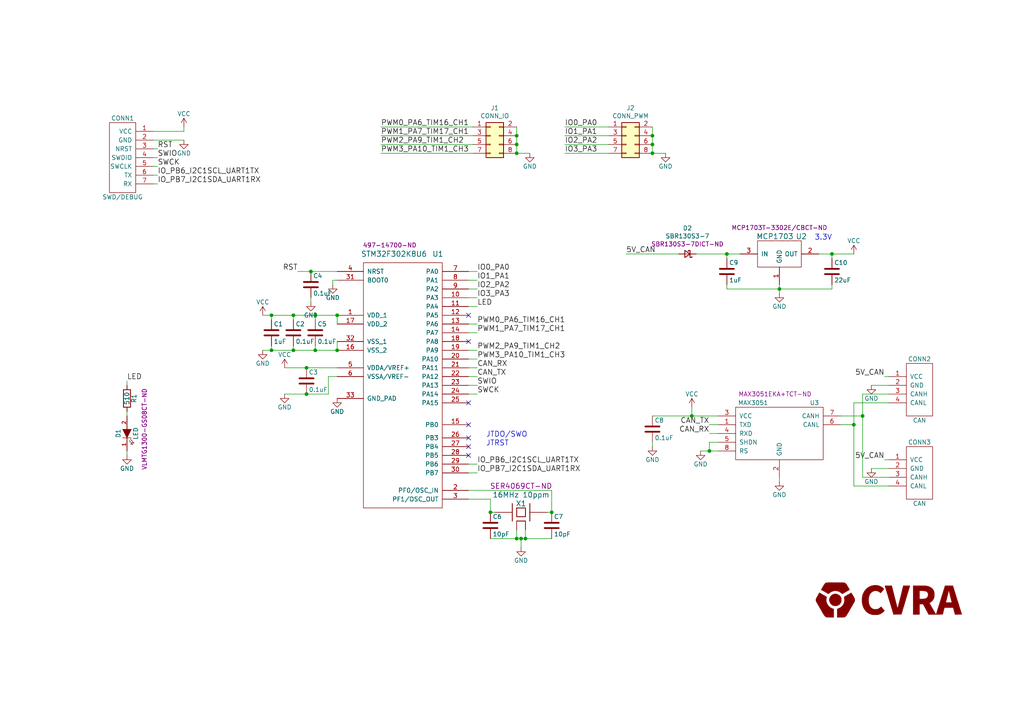
<source format=kicad_sch>
(kicad_sch (version 20230121) (generator eeschema)
  (paper "A4")
  (title_block (title "CAN I/O board") (date "2018-10-16") (rev "B") (company "Club Vaudois de Robotique Autonome") (comment 1 "Author: Patrick Spieler, Michael Spieler"))
  (lib_symbols
    (symbol "Connector_Generic:Conn_02x04_Odd_Even" (pin_names (offset 1.016) hide)
      (property "Reference" "J" (at 1.27 5.08 0))
      (property "Value" "Conn_02x04_Odd_Even" (at 1.27 -7.62 0))
      (symbol "Conn_02x04_Odd_Even_1_1"
        (rectangle (start -1.27 -4.953) (end 0 -5.207) (stroke (width 0.1524)))
        (rectangle (start -1.27 -2.413) (end 0 -2.667) (stroke (width 0.1524)))
        (rectangle (start -1.27 0.127) (end 0 -0.127) (stroke (width 0.1524)))
        (rectangle (start -1.27 2.667) (end 0 2.413) (stroke (width 0.1524)))
        (rectangle (start -1.27 3.81) (end 3.81 -6.35) (stroke (width 0.254)) (fill (type background)))
        (rectangle (start 3.81 -4.953) (end 2.54 -5.207) (stroke (width 0.1524)))
        (rectangle (start 3.81 -2.413) (end 2.54 -2.667) (stroke (width 0.1524)))
        (rectangle (start 3.81 0.127) (end 2.54 -0.127) (stroke (width 0.1524)))
        (rectangle (start 3.81 2.667) (end 2.54 2.413) (stroke (width 0.1524)))
        (pin passive line (at -5.08 2.54 0) (length 3.81) (name "Pin_1") (number "1"))
        (pin passive line (at 7.62 2.54 180) (length 3.81) (name "Pin_2") (number "2"))
        (pin passive line (at -5.08 0 0) (length 3.81) (name "Pin_3") (number "3"))
        (pin passive line (at 7.62 0 180) (length 3.81) (name "Pin_4") (number "4"))
        (pin passive line (at -5.08 -2.54 0) (length 3.81) (name "Pin_5") (number "5"))
        (pin passive line (at 7.62 -2.54 180) (length 3.81) (name "Pin_6") (number "6"))
        (pin passive line (at -5.08 -5.08 0) (length 3.81) (name "Pin_7") (number "7"))
        (pin passive line (at 7.62 -5.08 180) (length 3.81) (name "Pin_8") (number "8"))
      )
    )
    (symbol "Device:D_Schottky_Small" (pin_numbers hide) (pin_names (offset 0.254) hide)
      (property "Reference" "D" (at -1.27 2.032 0))
      (property "Value" "D_Schottky_Small" (at -7.112 -2.032 0))
      (symbol "D_Schottky_Small_0_1"
        (polyline (pts (xy -0.762 0) (xy 0.762 0)))
        (polyline (pts (xy 0.762 -1.016) (xy -0.762 0) (xy 0.762 1.016) (xy 0.762 -1.016)) (stroke (width 0.254)))
        (polyline (pts (xy -1.27 0.762) (xy -1.27 1.016) (xy -0.762 1.016) (xy -0.762 -1.016) (xy -0.254 -1.016) (xy -0.254 -0.762)) (stroke (width 0.254)))
      )
      (symbol "D_Schottky_Small_1_1"
        (pin passive line (at -2.54 0 0) (length 1.778) (name "K") (number "1"))
        (pin passive line (at 2.54 0 180) (length 1.778) (name "A") (number "2"))
      )
    )
    (symbol "can-io-board-rescue:C-device-can-io-board-rescue" (pin_numbers hide) (pin_names (offset 0.254))
      (property "Reference" "C" (at 0.635 2.54 0))
      (property "Value" "can-io-board-rescue_C-device" (at 0.635 -2.54 0))
      (symbol "C-device-can-io-board-rescue_0_1"
        (polyline (pts (xy -2.032 -0.762) (xy 2.032 -0.762)) (stroke (width 0.508)))
        (polyline (pts (xy -2.032 0.762) (xy 2.032 0.762)) (stroke (width 0.508)))
      )
      (symbol "C-device-can-io-board-rescue_1_1"
        (pin passive line (at 0 3.81 270) (length 2.794) (name "~") (number "1"))
        (pin passive line (at 0 -3.81 90) (length 2.794) (name "~") (number "2"))
      )
    )
    (symbol "can-io-board-rescue:CAN-_connectors" (pin_names (offset 1.016))
      (property "Reference" "CONN" (at 0 8.89 0))
      (property "Value" "_connectors_CAN" (at 0 -8.89 0))
      (symbol "CAN-_connectors_1_0"
        (rectangle (start -3.81 -7.62) (end 3.81 7.62))
      )
      (symbol "CAN-_connectors_1_1"
        (pin power_in line (at -8.89 3.81 0) (length 5.08) (name "VCC") (number "1"))
        (pin power_in line (at -8.89 1.27 0) (length 5.08) (name "GND") (number "2"))
        (pin bidirectional line (at -8.89 -1.27 0) (length 5.08) (name "CANH") (number "3"))
        (pin bidirectional line (at -8.89 -3.81 0) (length 5.08) (name "CANL") (number "4"))
        (pin power_in line (at -11.43 -6.35 0) (length 7.62) hide (name "GND") (number "MECH"))
      )
    )
    (symbol "can-io-board-rescue:CVRA_logo-_logo" (pin_names (offset 1.016))
      (symbol "CVRA_logo-_logo_0_0"
        (polyline (pts (xy -14.986 -1.7018) (xy -14.7066 -1.5748) (xy -14.3764 -1.3716) (xy -14.1224 -1.0922) (xy -13.9192 -0.762) (xy -13.843 -0.6096) (xy -13.8176 -0.508) (xy -13.7922 -0.381) (xy -13.7922 0.381) (xy -13.8176 0.4826) (xy -13.8684 0.5842) (xy -13.9192 0.7112) (xy -14.0716 0.9906) (xy -14.3256 1.2954) (xy -14.6304 1.4986) (xy -14.986 1.651) (xy -15.2908 1.7272) (xy -15.6718 1.7272) (xy -16.0274 1.6764) (xy -16.3576 1.524) (xy -16.6624 1.3208) (xy -16.9164 1.0414) (xy -17.0942 0.7112) (xy -17.145 0.635) (xy -17.2466 0.2794) (xy -17.272 -0.0762) (xy -17.2212 -0.4318) (xy -17.0942 -0.762) (xy -16.9164 -1.0668) (xy -16.6878 -1.3208) (xy -16.383 -1.5494) (xy -16.0528 -1.7018) (xy -15.9766 -1.7018) (xy -15.6464 -1.7526) (xy -15.3162 -1.7526) (xy -14.986 -1.7018)) (stroke (width 0.0254)) (fill (type outline)))
        (polyline (pts (xy -16.002 -2.6162) (xy -16.256 -2.5654) (xy -16.637 -2.413) (xy -17.018 -2.1844) (xy -17.3482 -1.905) (xy -17.6276 -1.5748) (xy -17.8562 -1.2192) (xy -18.034 -0.8128) (xy -18.1356 -0.381) (xy -18.161 0.0508) (xy -18.1102 0.4826) (xy -18.0594 0.7366) (xy -18.034 0.7874) (xy -18.034 0.8382) (xy -18.1102 0.889) (xy -18.2118 0.9652) (xy -18.3134 1.016) (xy -18.4912 1.1176) (xy -18.6944 1.2446) (xy -19.1516 1.4986) (xy -19.177 1.4986) (xy -19.4056 1.651) (xy -19.6088 1.778) (xy -19.7866 1.8796) (xy -19.939 1.9558) (xy -20.0152 2.0066) (xy -20.1422 2.0828) (xy -20.3454 1.7526) (xy -20.4216 1.6256) (xy -20.5232 1.397) (xy -20.6756 1.1684) (xy -20.7772 0.9652) (xy -20.8534 0.8382) (xy -20.9804 0.5842) (xy -21.082 0.4064) (xy -21.1328 0.254) (xy -21.1582 0.127) (xy -21.1582 -0.2032) (xy -21.1328 -0.3048) (xy -21.082 -0.4064) (xy -21.0312 -0.5334) (xy -20.955 -0.7112) (xy -20.828 -0.9144) (xy -20.701 -1.143) (xy -20.5232 -1.4732) (xy -20.2946 -1.8288) (xy -20.2438 -1.9304) (xy -20.0914 -2.1844) (xy -19.939 -2.4892) (xy -19.7358 -2.794) (xy -19.3802 -3.4544) (xy -19.2024 -3.7592) (xy -19.05 -4.0132) (xy -18.923 -4.2164) (xy -18.8214 -4.3942) (xy -18.5928 -4.6736) (xy -18.3896 -4.8768) (xy -18.161 -5.0038) (xy -18.0848 -5.0292) (xy -17.9578 -5.0546) (xy -17.6022 -5.0546) (xy -17.3228 -5.08) (xy -16.002 -5.08) (xy -16.002 -2.6162)) (stroke (width 0.0254)) (fill (type outline)))
        (polyline (pts (xy -13.2842 -5.0546) (xy -13.1318 -5.0546) (xy -13.0302 -5.0292) (xy -12.954 -5.0292) (xy -12.8524 -5.0038) (xy -12.7508 -4.9276) (xy -12.5984 -4.8514) (xy -12.446 -4.7244) (xy -12.319 -4.5466) (xy -12.1666 -4.318) (xy -11.9888 -4.0132) (xy -11.9634 -3.9624) (xy -11.811 -3.7338) (xy -11.6586 -3.4798) (xy -11.5316 -3.2512) (xy -11.43 -3.0734) (xy -11.3792 -2.9718) (xy -11.1252 -2.5146) (xy -10.8204 -2.0066) (xy -10.7188 -1.8542) (xy -10.5664 -1.5748) (xy -10.4394 -1.3208) (xy -10.3124 -1.0922) (xy -10.2108 -0.9398) (xy -10.1346 -0.8128) (xy -10.0076 -0.6096) (xy -9.9314 -0.4318) (xy -9.906 -0.3048) (xy -9.8806 -0.1524) (xy -9.8552 -0.0254) (xy -9.8806 0) (xy -9.8806 0.1778) (xy -9.906 0.254) (xy -9.9314 0.3556) (xy -9.9822 0.4826) (xy -10.0584 0.635) (xy -10.16 0.8128) (xy -10.287 1.0414) (xy -10.4648 1.3462) (xy -10.668 1.7018) (xy -10.7442 1.8034) (xy -10.8204 1.9304) (xy -10.8712 2.0066) (xy -10.8966 2.0574) (xy -10.9982 2.0066) (xy -11.0236 2.0066) (xy -11.1252 1.9304) (xy -11.2776 1.8542) (xy -11.4808 1.7272) (xy -11.7348 1.5748) (xy -11.9888 1.4478) (xy -12.4968 1.143) (xy -12.6746 1.0414) (xy -12.827 0.9652) (xy -12.954 0.8382) (xy -12.9794 0.762) (xy -12.954 0.6858) (xy -12.9286 0.5588) (xy -12.9032 0.3302) (xy -12.8778 -0.127) (xy -12.9286 -0.5842) (xy -13.0556 -0.9906) (xy -13.2588 -1.397) (xy -13.5128 -1.7526) (xy -13.843 -2.0574) (xy -14.224 -2.3114) (xy -14.6558 -2.5146) (xy -14.986 -2.6416) (xy -14.986 -5.08) (xy -13.462 -5.08) (xy -13.2842 -5.0546)) (stroke (width 0.0254)) (fill (type outline)))
        (polyline (pts (xy -13.2334 1.8796) (xy -12.8778 2.0828) (xy -12.7508 2.159) (xy -12.7 2.1844) (xy -12.573 2.2606) (xy -12.3952 2.3622) (xy -11.9888 2.6162) (xy -11.8618 2.667) (xy -11.684 2.7686) (xy -11.5316 2.8702) (xy -11.43 2.921) (xy -11.4046 2.9464) (xy -11.4046 2.9718) (xy -11.4554 3.0734) (xy -11.5316 3.2004) (xy -11.6586 3.4544) (xy -11.811 3.683) (xy -11.9634 3.937) (xy -12.0904 4.1656) (xy -12.192 4.3434) (xy -12.3444 4.572) (xy -12.5222 4.7498) (xy -12.6746 4.8768) (xy -12.8524 4.953) (xy -12.8778 4.9784) (xy -12.9286 4.9784) (xy -13.0048 5.0038) (xy -13.081 5.0038) (xy -13.1572 5.0292) (xy -17.7038 5.0292) (xy -17.8816 5.0038) (xy -18.034 5.0038) (xy -18.2372 4.953) (xy -18.3134 4.9022) (xy -18.3642 4.8768) (xy -18.4404 4.826) (xy -18.4912 4.7498) (xy -18.5166 4.7498) (xy -18.6182 4.6228) (xy -18.7452 4.4704) (xy -18.8468 4.318) (xy -18.9484 4.1148) (xy -19.1008 3.9116) (xy -19.2024 3.7084) (xy -19.304 3.5306) (xy -19.431 3.3274) (xy -19.5072 3.175) (xy -19.6342 2.9464) (xy -19.3294 2.7686) (xy -19.2786 2.7432) (xy -19.1262 2.6416) (xy -18.8976 2.5146) (xy -18.6436 2.3876) (xy -18.1356 2.0828) (xy -17.907 1.9558) (xy -17.7292 1.8288) (xy -17.5768 1.7526) (xy -17.526 1.7526) (xy -17.4498 1.8034) (xy -17.3482 1.8796) (xy -17.0434 2.1336) (xy -16.637 2.3622) (xy -16.2306 2.5146) (xy -15.7734 2.6162) (xy -15.3416 2.6162) (xy -14.9098 2.54) (xy -14.478 2.413) (xy -14.0716 2.1844) (xy -13.6906 1.905) (xy -13.5128 1.7272) (xy -13.2334 1.8796)) (stroke (width 0.0254)) (fill (type outline)))
        (polyline (pts (xy 8.89 -1.2192) (xy 9.9314 -1.2192) (xy 10.2362 -1.8034) (xy 10.2616 -1.8288) (xy 10.414 -2.159) (xy 10.5664 -2.413) (xy 10.7442 -2.7686) (xy 10.8966 -3.0226) (xy 11.0236 -3.2766) (xy 11.1252 -3.4544) (xy 11.2522 -3.683) (xy 11.5316 -4.2418) (xy 13.6398 -4.2418) (xy 13.589 -4.1402) (xy 13.5636 -4.1148) (xy 13.5382 -4.0386) (xy 13.462 -3.9116) (xy 13.3604 -3.7338) (xy 13.1064 -3.2766) (xy 13.0556 -3.2004) (xy 12.5984 -2.3876) (xy 12.3952 -2.032) (xy 12.2174 -1.7272) (xy 12.065 -1.4478) (xy 11.938 -1.2192) (xy 11.8364 -1.0668) (xy 11.7856 -0.9398) (xy 11.7602 -0.9144) (xy 11.811 -0.8636) (xy 11.9126 -0.8128) (xy 12.0396 -0.7366) (xy 12.319 -0.5334) (xy 12.6238 -0.254) (xy 12.8778 0.1016) (xy 13.0556 0.4572) (xy 13.1572 0.8382) (xy 13.1826 0.9398) (xy 13.208 1.2192) (xy 13.208 1.8796) (xy 13.1572 2.159) (xy 13.1572 2.2352) (xy 13.0302 2.6162) (xy 12.827 2.9972) (xy 12.5476 3.302) (xy 12.2174 3.5814) (xy 11.8364 3.7846) (xy 11.4046 3.937) (xy 11.2776 3.9624) (xy 11.1252 4.0132) (xy 10.9474 4.0386) (xy 10.7442 4.064) (xy 10.541 4.064) (xy 10.2616 4.0894) (xy 9.9568 4.0894) (xy 9.6012 4.1148) (xy 7.0358 4.1148) (xy 7.0358 0.254) (xy 8.89 0.254) (xy 8.89 2.6416) (xy 9.6266 2.6162) (xy 9.8298 2.6162) (xy 10.16 2.5908) (xy 10.4394 2.5654) (xy 10.668 2.5146) (xy 10.8458 2.4384) (xy 10.9982 2.3622) (xy 11.1252 2.2606) (xy 11.1252 2.2352) (xy 11.2776 2.032) (xy 11.3538 1.8034) (xy 11.3792 1.524) (xy 11.3538 1.2446) (xy 11.2776 0.9906) (xy 11.1506 0.7366) (xy 11.1252 0.7366) (xy 10.922 0.5334) (xy 10.668 0.4064) (xy 10.3378 0.3302) (xy 10.1854 0.3048) (xy 9.9568 0.2794) (xy 9.7028 0.254) (xy 8.89 0.254) (xy 7.0358 0.254) (xy 7.0358 -4.2418) (xy 8.89 -4.2418) (xy 8.89 -1.2192)) (stroke (width 0.0254)) (fill (type outline)))
        (polyline (pts (xy -3.3274 -4.318) (xy -3.175 -4.2926) (xy -3.048 -4.2926) (xy -2.794 -4.191) (xy -2.7432 -4.191) (xy -2.286 -3.9878) (xy -2.1082 -3.8862) (xy -2.0066 -3.81) (xy -1.8288 -3.683) (xy -1.524 -3.429) (xy -1.397 -3.302) (xy -1.2954 -3.2258) (xy -1.27 -3.175) (xy -1.2954 -3.1242) (xy -1.3462 -3.048) (xy -1.4478 -2.921) (xy -1.7526 -2.5654) (xy -2.1336 -2.1082) (xy -2.2098 -2.032) (xy -2.2352 -1.9812) (xy -2.286 -2.032) (xy -2.3622 -2.0828) (xy -2.4892 -2.1844) (xy -2.6416 -2.3368) (xy -2.8448 -2.4638) (xy -3.048 -2.5654) (xy -3.0734 -2.5654) (xy -3.2258 -2.6416) (xy -3.3782 -2.6924) (xy -3.5306 -2.7178) (xy -3.7592 -2.7432) (xy -3.8608 -2.7432) (xy -4.2672 -2.7178) (xy -4.6228 -2.6162) (xy -4.953 -2.4384) (xy -5.2324 -2.1844) (xy -5.461 -1.8542) (xy -5.6642 -1.4732) (xy -5.7658 -1.1176) (xy -5.842 -0.6604) (xy -5.8928 -0.1778) (xy -5.8674 0.3048) (xy -5.8166 0.762) (xy -5.6896 1.1938) (xy -5.5118 1.6002) (xy -5.2832 1.9304) (xy -5.0038 2.2098) (xy -4.699 2.413) (xy -4.3434 2.5654) (xy -3.937 2.6162) (xy -3.683 2.6162) (xy -3.4036 2.5654) (xy -3.1242 2.4892) (xy -2.8448 2.3368) (xy -2.54 2.1082) (xy -2.3876 1.9812) (xy -2.2606 2.1336) (xy -2.1336 2.2606) (xy -2.0066 2.413) (xy -1.8542 2.5908) (xy -1.7272 2.7686) (xy -1.6002 2.921) (xy -1.4986 3.048) (xy -1.4224 3.1496) (xy -1.397 3.175) (xy -1.6002 3.3782) (xy -1.7526 3.5052) (xy -1.9304 3.6068) (xy -2.0828 3.7338) (xy -2.3368 3.8608) (xy -2.8194 4.0894) (xy -3.3274 4.2164) (xy -3.8608 4.2672) (xy -4.3942 4.2164) (xy -4.953 4.1148) (xy -5.4356 3.937) (xy -5.9182 3.683) (xy -6.3754 3.3528) (xy -6.7564 2.9718) (xy -7.0866 2.54) (xy -7.366 2.032) (xy -7.5946 1.4732) (xy -7.747 0.889) (xy -7.747 0.8128) (xy -7.7724 0.5842) (xy -7.7978 0.3302) (xy -7.7978 -0.5842) (xy -7.7724 -0.8382) (xy -7.747 -1.0414) (xy -7.7216 -1.1684) (xy -7.5438 -1.778) (xy -7.3406 -2.3368) (xy -7.0358 -2.8194) (xy -6.7056 -3.2512) (xy -6.3246 -3.6068) (xy -5.8674 -3.9116) (xy -5.3848 -4.1402) (xy -4.826 -4.2926) (xy -4.6736 -4.318) (xy -4.4704 -4.3434) (xy -3.5052 -4.3434) (xy -3.3274 -4.318)) (stroke (width 0.0254)) (fill (type outline)))
        (polyline (pts (xy 2.4892 -4.2164) (xy 3.6068 -4.2164) (xy 3.7846 -3.6576) (xy 3.8608 -3.4036) (xy 3.9624 -3.0988) (xy 4.0386 -2.7686) (xy 4.1656 -2.413) (xy 4.2672 -2.032) (xy 4.3434 -1.8288) (xy 4.4196 -1.5494) (xy 4.5212 -1.2446) (xy 4.6228 -0.9144) (xy 4.699 -0.6096) (xy 4.8006 -0.3048) (xy 4.8768 -0.0508) (xy 4.9276 0.1778) (xy 4.9784 0.3302) (xy 5.0038 0.4318) (xy 5.08 0.6604) (xy 5.1308 0.8636) (xy 5.207 1.1176) (xy 5.3086 1.397) (xy 5.3848 1.7018) (xy 5.5626 2.2352) (xy 5.6388 2.54) (xy 5.715 2.7686) (xy 5.7658 2.9718) (xy 5.8166 3.1242) (xy 5.8928 3.3274) (xy 5.9436 3.556) (xy 5.9944 3.7338) (xy 6.0452 3.8608) (xy 6.0706 3.9878) (xy 6.096 4.064) (xy 6.0706 4.064) (xy 5.9944 4.0894) (xy 5.8928 4.0894) (xy 5.715 4.1148) (xy 4.191 4.1148) (xy 3.8862 2.921) (xy 3.8354 2.7178) (xy 3.7592 2.3622) (xy 3.6576 1.9558) (xy 3.556 1.524) (xy 3.302 0.5588) (xy 3.2004 0.1016) (xy 3.0734 -0.3556) (xy 3.048 -0.4826) (xy 2.9464 -0.889) (xy 2.8448 -1.2446) (xy 2.7686 -1.5748) (xy 2.6924 -1.8796) (xy 2.6162 -2.1082) (xy 2.5908 -2.286) (xy 2.54 -2.413) (xy 2.54 -2.4384) (xy 2.5146 -2.4384) (xy 2.4892 -2.3622) (xy 2.4384 -2.2606) (xy 2.413 -2.0828) (xy 2.3368 -1.8542) (xy 2.286 -1.5748) (xy 2.0574 -0.7366) (xy 2.0066 -0.508) (xy 1.9304 -0.2286) (xy 1.8542 0.1016) (xy 1.778 0.4064) (xy 1.7018 0.6604) (xy 1.651 0.889) (xy 1.5748 1.1938) (xy 1.4986 1.524) (xy 1.397 1.8796) (xy 1.3208 2.2352) (xy 1.2192 2.5908) (xy 1.143 2.921) (xy 1.0668 3.2258) (xy 0.9906 3.5052) (xy 0.9144 3.7338) (xy 0.889 3.9116) (xy 0.8636 4.0386) (xy 0.8382 4.0894) (xy 0.5842 4.0894) (xy 0.381 4.1148) (xy -0.8128 4.1148) (xy -0.9906 4.0894) (xy -1.143 4.0894) (xy -1.143 4.064) (xy -1.1176 3.9624) (xy -1.0668 3.81) (xy -0.9652 3.4544) (xy -0.889 3.2004) (xy -0.7874 2.8702) (xy -0.6858 2.5146) (xy -0.5588 2.0828) (xy -0.4064 1.6256) (xy -0.254 1.1176) (xy 0.0508 0.0508) (xy 0.4064 -1.0668) (xy 0.5588 -1.6256) (xy 0.635 -1.8288) (xy 0.7366 -2.2098) (xy 0.8636 -2.5654) (xy 0.9652 -2.921) (xy 1.0414 -3.2258) (xy 1.1176 -3.4798) (xy 1.1938 -3.683) (xy 1.2192 -3.81) (xy 1.3462 -4.2418) (xy 2.4892 -4.2164)) (stroke (width 0.0254)) (fill (type outline)))
        (polyline (pts (xy 14.8082 -4.2164) (xy 15.621 -4.2164) (xy 15.621 -4.1656) (xy 15.6464 -4.064) (xy 15.6972 -3.9116) (xy 15.748 -3.7084) (xy 15.7988 -3.4798) (xy 15.8496 -3.2258) (xy 15.9258 -2.9972) (xy 15.9766 -2.7686) (xy 16.0274 -2.5908) (xy 16.0782 -2.4638) (xy 16.0782 -2.3876) (xy 16.129 -2.2352) (xy 18.669 -2.2352) (xy 18.6944 -2.3622) (xy 18.7198 -2.4384) (xy 18.7452 -2.5908) (xy 18.8468 -2.9972) (xy 18.8468 -3.0226) (xy 18.923 -3.2258) (xy 18.9738 -3.429) (xy 18.9992 -3.556) (xy 19.0246 -3.6576) (xy 19.0246 -3.7084) (xy 19.1262 -4.0132) (xy 19.177 -4.2418) (xy 20.1676 -4.2418) (xy 20.3454 -4.2164) (xy 21.1582 -4.2164) (xy 21.1328 -4.1656) (xy 21.1074 -4.0386) (xy 21.0566 -3.8862) (xy 21.0312 -3.8354) (xy 20.9804 -3.6322) (xy 20.9042 -3.3782) (xy 20.8026 -3.0734) (xy 20.701 -2.7432) (xy 20.447 -1.9812) (xy 20.3454 -1.5748) (xy 20.2184 -1.1938) (xy 20.1168 -0.8382) (xy 20.0152 -0.5334) (xy 19.9136 -0.254) (xy 19.8882 -0.1524) (xy 19.812 0.0508) (xy 19.7358 0.3302) (xy 19.6342 0.6604) (xy 19.5072 1.0414) (xy 19.4056 1.4224) (xy 19.1516 2.2352) (xy 18.5674 4.1148) (xy 16.3068 4.1148) (xy 16.1036 3.5052) (xy 16.0274 3.2258) (xy 15.9258 2.921) (xy 15.8242 2.5908) (xy 15.748 2.3368) (xy 15.7226 2.2606) (xy 15.6718 2.0574) (xy 15.5956 1.8796) (xy 15.5702 1.7272) (xy 15.5448 1.651) (xy 15.5194 1.651) (xy 15.494 1.5494) (xy 15.4432 1.397) (xy 15.3924 1.1938) (xy 15.24 0.7366) (xy 15.1638 0.4572) (xy 15.0622 0.1778) (xy 15.0114 -0.0508) (xy 14.9098 -0.3556) (xy 14.8082 -0.635) (xy 14.8082 -0.7112) (xy 16.51 -0.7112) (xy 16.51 -0.6858) (xy 16.5862 -0.4318) (xy 16.6624 -0.127) (xy 16.764 0.1778) (xy 16.8402 0.5588) (xy 16.9418 0.9652) (xy 17.0688 1.4478) (xy 17.1958 1.9812) (xy 17.3228 2.5908) (xy 17.3482 2.6416) (xy 17.399 2.6416) (xy 17.399 2.6162) (xy 17.4244 2.5908) (xy 17.4498 2.54) (xy 17.4752 2.4384) (xy 17.5006 2.3114) (xy 17.5514 2.1336) (xy 17.6022 1.8796) (xy 17.6784 1.5748) (xy 17.78 1.1938) (xy 17.8054 1.0922) (xy 17.8562 0.8382) (xy 18.0086 0.2286) (xy 18.0848 -0.0508) (xy 18.2626 -0.762) (xy 16.8148 -0.762) (xy 16.6624 -0.7366) (xy 16.5354 -0.7366) (xy 16.51 -0.7112) (xy 14.8082 -0.7112) (xy 14.6558 -1.1938) (xy 14.605 -1.2954) (xy 14.5034 -1.6002) (xy 14.4272 -1.8796) (xy 14.351 -2.1336) (xy 14.2748 -2.3368) (xy 14.1224 -2.8448) (xy 13.9954 -3.2512) (xy 13.8938 -3.5814) (xy 13.8176 -3.8354) (xy 13.7668 -4.0132) (xy 13.7414 -4.1148) (xy 13.6906 -4.2418) (xy 14.6558 -4.2418) (xy 14.8082 -4.2164)) (stroke (width 0.0254)) (fill (type outline)))
      )
    )
    (symbol "can-io-board-rescue:LED-can-io-board-rescue" (pin_names (offset 1.016) hide)
      (property "Reference" "D" (at 0 2.54 0))
      (property "Value" "can-io-board-rescue_LED" (at 0 -2.54 0))
      (symbol "LED-can-io-board-rescue_0_1"
        (polyline (pts (xy -1.27 1.27) (xy -1.27 -1.27)))
        (polyline (pts (xy -2.032 -0.635) (xy -3.175 -1.651) (xy -3.048 -1.016)))
        (polyline (pts (xy -1.651 -1.016) (xy -2.794 -2.032) (xy -2.667 -1.397)))
        (polyline (pts (xy 1.27 1.27) (xy -1.27 0) (xy 1.27 -1.27)) (fill (type outline)))
      )
      (symbol "LED-can-io-board-rescue_1_1"
        (pin passive line (at -5.08 0 0) (length 3.81) (name "K") (number "1"))
        (pin passive line (at 5.08 0 180) (length 3.81) (name "A") (number "2"))
      )
    )
    (symbol "can-io-board-rescue:MAX3051-_div" (pin_names (offset 1.016))
      (property "Reference" "U" (at 10.16 8.89 0))
      (property "Value" "_div_MAX3051" (at -7.62 8.89 0))
      (symbol "MAX3051-_div_1_0"
        (rectangle (start -12.7 -7.62) (end 12.7 7.62))
      )
      (symbol "MAX3051-_div_1_1"
        (pin input line (at -17.78 2.54 0) (length 5.08) (name "TXD") (number "1"))
        (pin power_in line (at 0 -12.7 90) (length 5.08) (name "GND") (number "2"))
        (pin power_in line (at -17.78 5.08 0) (length 5.08) (name "VCC") (number "3"))
        (pin output line (at -17.78 0 0) (length 5.08) (name "RXD") (number "4"))
        (pin input line (at -17.78 -2.54 0) (length 5.08) (name "SHDN") (number "5"))
        (pin bidirectional line (at 17.78 2.54 180) (length 5.08) (name "CANL") (number "6"))
        (pin bidirectional line (at 17.78 5.08 180) (length 5.08) (name "CANH") (number "7"))
        (pin input line (at -17.78 -5.08 0) (length 5.08) (name "RS") (number "8"))
      )
    )
    (symbol "can-io-board-rescue:MCP1703-_linear-regulators" (pin_names (offset 1.016))
      (property "Reference" "U" (at 6.35 5.08 0))
      (property "Value" "_linear-regulators_MCP1703" (at -1.27 5.08 0))
      (symbol "MCP1703-_linear-regulators_0_1"
        (rectangle (start -6.35 3.81) (end 6.35 -3.81))
      )
      (symbol "MCP1703-_linear-regulators_1_1"
        (pin power_in line (at 0 -8.89 90) (length 5.08) (name "GND") (number "1"))
        (pin power_in line (at 11.43 0 180) (length 5.08) (name "OUT") (number "2"))
        (pin power_in line (at -11.43 0 0) (length 5.08) (name "IN") (number "3"))
      )
    )
    (symbol "can-io-board-rescue:R-device-can-io-board-rescue" (pin_numbers hide) (pin_names (offset 0))
      (property "Reference" "R" (at 2.032 0 90))
      (property "Value" "can-io-board-rescue_R-device" (at 0 0 90))
      (symbol "R-device-can-io-board-rescue_0_1"
        (rectangle (start -1.016 -2.54) (end 1.016 2.54) (stroke (width 0.254)))
      )
      (symbol "R-device-can-io-board-rescue_1_1"
        (pin passive line (at 0 3.81 270) (length 1.27) (name "~") (number "1"))
        (pin passive line (at 0 -3.81 90) (length 1.27) (name "~") (number "2"))
      )
    )
    (symbol "can-io-board-rescue:STM32F302K8U6-_stm32" (pin_names (offset 1.016))
      (property "Reference" "U" (at 10.16 39.37 0))
      (property "Value" "_stm32_STM32F302K8U6" (at -2.54 39.37 0))
      (symbol "STM32F302K8U6-_stm32_0_1"
        (rectangle (start -11.43 36.83) (end 11.43 -34.29))
      )
      (symbol "STM32F302K8U6-_stm32_1_1"
        (pin bidirectional line (at -19.05 21.59 0) (length 7.62) (name "VDD_1") (number "1"))
        (pin bidirectional line (at 19.05 26.67 180) (length 7.62) (name "PA3") (number "10"))
        (pin bidirectional line (at 19.05 24.13 180) (length 7.62) (name "PA4") (number "11"))
        (pin bidirectional line (at 19.05 21.59 180) (length 7.62) (name "PA5") (number "12"))
        (pin bidirectional line (at 19.05 19.05 180) (length 7.62) (name "PA6") (number "13"))
        (pin bidirectional line (at 19.05 16.51 180) (length 7.62) (name "PA7") (number "14"))
        (pin bidirectional line (at 19.05 -10.16 180) (length 7.62) (name "PB0") (number "15"))
        (pin bidirectional line (at -19.05 11.43 0) (length 7.62) (name "VSS_2") (number "16"))
        (pin bidirectional line (at -19.05 19.05 0) (length 7.62) (name "VDD_2") (number "17"))
        (pin bidirectional line (at 19.05 13.97 180) (length 7.62) (name "PA8") (number "18"))
        (pin bidirectional line (at 19.05 11.43 180) (length 7.62) (name "PA9") (number "19"))
        (pin bidirectional line (at 19.05 -29.21 180) (length 7.62) (name "PF0/OSC_IN") (number "2"))
        (pin bidirectional line (at 19.05 8.89 180) (length 7.62) (name "PA10") (number "20"))
        (pin bidirectional line (at 19.05 6.35 180) (length 7.62) (name "PA11") (number "21"))
        (pin bidirectional line (at 19.05 3.81 180) (length 7.62) (name "PA12") (number "22"))
        (pin bidirectional line (at 19.05 1.27 180) (length 7.62) (name "PA13") (number "23"))
        (pin bidirectional line (at 19.05 -1.27 180) (length 7.62) (name "PA14") (number "24"))
        (pin bidirectional line (at 19.05 -3.81 180) (length 7.62) (name "PA15") (number "25"))
        (pin bidirectional line (at 19.05 -13.97 180) (length 7.62) (name "PB3") (number "26"))
        (pin bidirectional line (at 19.05 -16.51 180) (length 7.62) (name "PB4") (number "27"))
        (pin bidirectional line (at 19.05 -19.05 180) (length 7.62) (name "PB5") (number "28"))
        (pin bidirectional line (at 19.05 -21.59 180) (length 7.62) (name "PB6") (number "29"))
        (pin bidirectional line (at 19.05 -31.75 180) (length 7.62) (name "PF1/OSC_OUT") (number "3"))
        (pin bidirectional line (at 19.05 -24.13 180) (length 7.62) (name "PB7") (number "30"))
        (pin bidirectional line (at -19.05 31.75 0) (length 7.62) (name "BOOT0") (number "31"))
        (pin bidirectional line (at -19.05 13.97 0) (length 7.62) (name "VSS_1") (number "32"))
        (pin power_in line (at -19.05 -2.54 0) (length 7.62) (name "GND_PAD") (number "33"))
        (pin bidirectional line (at -19.05 34.29 0) (length 7.62) (name "NRST") (number "4"))
        (pin bidirectional line (at -19.05 6.35 0) (length 7.62) (name "VDDA/VREF+") (number "5"))
        (pin bidirectional line (at -19.05 3.81 0) (length 7.62) (name "VSSA/VREF-") (number "6"))
        (pin bidirectional line (at 19.05 34.29 180) (length 7.62) (name "PA0") (number "7"))
        (pin bidirectional line (at 19.05 31.75 180) (length 7.62) (name "PA1") (number "8"))
        (pin bidirectional line (at 19.05 29.21 180) (length 7.62) (name "PA2") (number "9"))
      )
    )
    (symbol "can-io-board-rescue:SWD_DEBUG-can-io-board-rescue" (pin_names (offset 1.016))
      (property "Reference" "CONN" (at 0 11.43 0))
      (property "Value" "can-io-board-rescue_SWD_DEBUG" (at 0 -11.43 0))
      (symbol "SWD_DEBUG-can-io-board-rescue_1_0"
        (rectangle (start -3.81 -10.16) (end 3.81 10.16))
      )
      (symbol "SWD_DEBUG-can-io-board-rescue_1_1"
        (pin power_in line (at -8.89 7.62 0) (length 5.08) (name "VCC") (number "1"))
        (pin power_in line (at -8.89 5.08 0) (length 5.08) (name "GND") (number "2"))
        (pin output line (at -8.89 2.54 0) (length 5.08) (name "NRST") (number "3"))
        (pin bidirectional line (at -8.89 0 0) (length 5.08) (name "SWDIO") (number "4"))
        (pin output line (at -8.89 -2.54 0) (length 5.08) (name "SWCLK") (number "5"))
        (pin input line (at -8.89 -5.08 0) (length 5.08) (name "TX") (number "6"))
        (pin output line (at -8.89 -7.62 0) (length 5.08) (name "RX") (number "7"))
        (pin power_in line (at -11.43 -5.08 0) (length 7.62) hide (name "GND") (number "MECH"))
      )
    )
    (symbol "can-io-board-rescue:XTAL-SMD-4-PADS-_div" (pin_numbers hide) (pin_names (offset 1.016) hide)
      (property "Reference" "X" (at 0 5.08 0))
      (property "Value" "_div_XTAL-SMD-4-PADS" (at 0 7.62 0))
      (symbol "XTAL-SMD-4-PADS-_div_0_1"
        (rectangle (start -1.27 1.27) (end 1.27 -1.27) (stroke (width 0.254)))
        (polyline (pts (xy -2.54 2.54) (xy -2.54 -2.54)) (stroke (width 0.254)))
        (polyline (pts (xy -1.27 -2.54) (xy 1.27 -2.54)) (stroke (width 0.254)))
        (polyline (pts (xy 2.54 -2.54) (xy 2.54 2.54)) (stroke (width 0.254)))
      )
      (symbol "XTAL-SMD-4-PADS-_div_1_1"
        (pin input line (at -7.62 0 0) (length 5.08) (name "~") (number "1"))
        (pin input line (at -1.27 -5.08 90) (length 2.54) (name "case") (number "2"))
        (pin input line (at 7.62 0 180) (length 5.08) (name "~") (number "3"))
        (pin input line (at 1.27 -5.08 90) (length 2.54) (name "case") (number "4"))
      )
    )
    (symbol "power:GND" (power) (pin_names (offset 0))
      (property "Value" "GND" (at 0 -3.81 0))
      (symbol "GND_0_1"
        (polyline (pts (xy 0 0) (xy 0 -1.27) (xy 1.27 -1.27) (xy 0 -2.54) (xy -1.27 -1.27) (xy 0 -1.27)))
      )
      (symbol "GND_1_1"
        (pin power_in line (at 0 0 270) (length 0) hide (name "GND") (number "1"))
      )
    )
    (symbol "power:VCC" (power) (pin_names (offset 0))
      (property "Value" "VCC" (at 0 3.81 0))
      (symbol "VCC_0_1"
        (polyline (pts (xy -0.762 1.27) (xy 0 2.54)))
        (polyline (pts (xy 0 0) (xy 0 2.54)))
        (polyline (pts (xy 0 2.54) (xy 0.762 1.27)))
      )
      (symbol "VCC_1_1"
        (pin power_in line (at 0 0 90) (length 0) hide (name "VCC") (number "1"))
      )
    )
  )
  (junction (at 247.65 123.19))
  (junction (at 78.74 91.44))
  (junction (at 91.44 91.44))
  (junction (at 90.17 78.74))
  (junction (at 85.09 91.44))
  (junction (at 97.79 91.44))
  (junction (at 149.86 39.37))
  (junction (at 91.44 101.6))
  (junction (at 226.06 83.82))
  (junction (at 160.02 148.59))
  (junction (at 205.74 130.81))
  (junction (at 189.23 41.91))
  (junction (at 152.4 156.21))
  (junction (at 210.82 73.66))
  (junction (at 250.19 120.65))
  (junction (at 78.74 101.6))
  (junction (at 97.79 101.6))
  (junction (at 241.3 73.66))
  (junction (at 85.09 101.6))
  (junction (at 149.86 156.21))
  (junction (at 149.86 41.91))
  (junction (at 88.9 114.3))
  (junction (at 142.24 148.59))
  (junction (at 189.23 39.37))
  (junction (at 88.9 106.68))
  (junction (at 200.66 120.65))
  (junction (at 189.23 44.45))
  (junction (at 151.13 156.21))
  (junction (at 149.86 44.45))
  (no_connect (at 135.89 123.19))
  (no_connect (at 135.89 129.54))
  (no_connect (at 135.89 132.08))
  (no_connect (at 135.89 116.84))
  (no_connect (at 135.89 127))
  (no_connect (at 135.89 99.06))
  (no_connect (at 135.89 91.44))
  (wire (pts (xy 160.02 142.24) (xy 160.02 148.59)))
  (wire (pts (xy 85.09 91.44) (xy 91.44 91.44)))
  (wire (pts (xy 36.83 119.38) (xy 36.83 120.65)))
  (wire (pts (xy 91.44 92.71) (xy 91.44 91.44)))
  (wire (pts (xy 210.82 73.66) (xy 210.82 74.93)))
  (wire (pts (xy 142.24 156.21) (xy 149.86 156.21)))
  (wire (pts (xy 138.43 106.68) (xy 135.89 106.68)))
  (wire (pts (xy 142.24 144.78) (xy 135.89 144.78)))
  (wire (pts (xy 205.74 128.27) (xy 205.74 130.81)))
  (wire (pts (xy 250.19 138.43) (xy 257.81 138.43)))
  (wire (pts (xy 149.86 39.37) (xy 149.86 41.91)))
  (wire (pts (xy 88.9 106.68) (xy 97.79 106.68)))
  (wire (pts (xy 256.54 133.35) (xy 257.81 133.35)))
  (wire (pts (xy 257.81 114.3) (xy 250.19 114.3)))
  (wire (pts (xy 243.84 120.65) (xy 250.19 120.65)))
  (wire (pts (xy 138.43 86.36) (xy 135.89 86.36)))
  (wire (pts (xy 149.86 153.67) (xy 149.86 156.21)))
  (wire (pts (xy 181.61 73.66) (xy 196.85 73.66)))
  (wire (pts (xy 90.17 87.63) (xy 90.17 86.36)))
  (wire (pts (xy 243.84 123.19) (xy 247.65 123.19)))
  (wire (pts (xy 176.53 36.83) (xy 163.83 36.83)))
  (wire (pts (xy 138.43 101.6) (xy 135.89 101.6)))
  (wire (pts (xy 85.09 91.44) (xy 85.09 92.71)))
  (wire (pts (xy 138.43 109.22) (xy 135.89 109.22)))
  (wire (pts (xy 151.13 156.21) (xy 152.4 156.21)))
  (wire (pts (xy 138.43 137.16) (xy 135.89 137.16)))
  (wire (pts (xy 210.82 73.66) (xy 214.63 73.66)))
  (wire (pts (xy 53.34 40.64) (xy 44.45 40.64)))
  (wire (pts (xy 149.86 41.91) (xy 149.86 44.45)))
  (wire (pts (xy 252.73 135.89) (xy 257.81 135.89)))
  (wire (pts (xy 203.2 130.81) (xy 205.74 130.81)))
  (wire (pts (xy 88.9 114.3) (xy 82.55 114.3)))
  (wire (pts (xy 142.24 148.59) (xy 143.51 148.59)))
  (wire (pts (xy 91.44 101.6) (xy 97.79 101.6)))
  (wire (pts (xy 163.83 41.91) (xy 176.53 41.91)))
  (wire (pts (xy 138.43 134.62) (xy 135.89 134.62)))
  (wire (pts (xy 241.3 73.66) (xy 241.3 74.93)))
  (wire (pts (xy 226.06 83.82) (xy 226.06 85.09)))
  (wire (pts (xy 78.74 91.44) (xy 78.74 92.71)))
  (wire (pts (xy 97.79 109.22) (xy 95.25 109.22)))
  (wire (pts (xy 152.4 153.67) (xy 152.4 156.21)))
  (wire (pts (xy 205.74 128.27) (xy 208.28 128.27)))
  (wire (pts (xy 163.83 44.45) (xy 176.53 44.45)))
  (wire (pts (xy 247.65 140.97) (xy 257.81 140.97)))
  (wire (pts (xy 95.25 109.22) (xy 95.25 114.3)))
  (wire (pts (xy 96.52 81.28) (xy 97.79 81.28)))
  (wire (pts (xy 247.65 116.84) (xy 247.65 123.19)))
  (wire (pts (xy 36.83 110.49) (xy 36.83 111.76)))
  (wire (pts (xy 149.86 44.45) (xy 153.67 44.45)))
  (wire (pts (xy 137.16 41.91) (xy 110.49 41.91)))
  (wire (pts (xy 78.74 101.6) (xy 85.09 101.6)))
  (wire (pts (xy 78.74 101.6) (xy 78.74 100.33)))
  (wire (pts (xy 189.23 39.37) (xy 189.23 41.91)))
  (wire (pts (xy 45.72 45.72) (xy 44.45 45.72)))
  (wire (pts (xy 78.74 91.44) (xy 85.09 91.44)))
  (wire (pts (xy 135.89 96.52) (xy 138.43 96.52)))
  (wire (pts (xy 160.02 148.59) (xy 158.75 148.59)))
  (wire (pts (xy 90.17 78.74) (xy 97.79 78.74)))
  (wire (pts (xy 86.36 78.74) (xy 90.17 78.74)))
  (wire (pts (xy 138.43 104.14) (xy 135.89 104.14)))
  (wire (pts (xy 76.2 101.6) (xy 78.74 101.6)))
  (wire (pts (xy 138.43 81.28) (xy 135.89 81.28)))
  (wire (pts (xy 91.44 101.6) (xy 91.44 100.33)))
  (wire (pts (xy 149.86 36.83) (xy 149.86 39.37)))
  (wire (pts (xy 110.49 39.37) (xy 137.16 39.37)))
  (wire (pts (xy 205.74 123.19) (xy 208.28 123.19)))
  (wire (pts (xy 135.89 78.74) (xy 138.43 78.74)))
  (wire (pts (xy 135.89 93.98) (xy 138.43 93.98)))
  (wire (pts (xy 85.09 101.6) (xy 85.09 100.33)))
  (wire (pts (xy 76.2 91.44) (xy 78.74 91.44)))
  (wire (pts (xy 91.44 91.44) (xy 97.79 91.44)))
  (wire (pts (xy 97.79 91.44) (xy 97.79 93.98)))
  (wire (pts (xy 237.49 73.66) (xy 241.3 73.66)))
  (wire (pts (xy 189.23 41.91) (xy 189.23 44.45)))
  (wire (pts (xy 205.74 130.81) (xy 208.28 130.81)))
  (wire (pts (xy 53.34 38.1) (xy 53.34 36.83)))
  (wire (pts (xy 137.16 44.45) (xy 110.49 44.45)))
  (wire (pts (xy 135.89 111.76) (xy 138.43 111.76)))
  (wire (pts (xy 45.72 53.34) (xy 44.45 53.34)))
  (wire (pts (xy 135.89 142.24) (xy 160.02 142.24)))
  (wire (pts (xy 82.55 106.68) (xy 88.9 106.68)))
  (wire (pts (xy 138.43 88.9) (xy 135.89 88.9)))
  (wire (pts (xy 189.23 36.83) (xy 189.23 39.37)))
  (wire (pts (xy 250.19 114.3) (xy 250.19 120.65)))
  (wire (pts (xy 247.65 116.84) (xy 257.81 116.84)))
  (wire (pts (xy 210.82 83.82) (xy 226.06 83.82)))
  (wire (pts (xy 151.13 156.21) (xy 151.13 158.75)))
  (wire (pts (xy 138.43 83.82) (xy 135.89 83.82)))
  (wire (pts (xy 142.24 148.59) (xy 142.24 144.78)))
  (wire (pts (xy 200.66 120.65) (xy 208.28 120.65)))
  (wire (pts (xy 226.06 82.55) (xy 226.06 83.82)))
  (wire (pts (xy 210.82 82.55) (xy 210.82 83.82)))
  (wire (pts (xy 44.45 50.8) (xy 45.72 50.8)))
  (wire (pts (xy 189.23 129.54) (xy 189.23 128.27)))
  (wire (pts (xy 36.83 132.08) (xy 36.83 130.81)))
  (wire (pts (xy 189.23 120.65) (xy 200.66 120.65)))
  (wire (pts (xy 45.72 43.18) (xy 44.45 43.18)))
  (wire (pts (xy 256.54 109.22) (xy 257.81 109.22)))
  (wire (pts (xy 226.06 83.82) (xy 241.3 83.82)))
  (wire (pts (xy 85.09 101.6) (xy 91.44 101.6)))
  (wire (pts (xy 95.25 114.3) (xy 88.9 114.3)))
  (wire (pts (xy 250.19 120.65) (xy 250.19 138.43)))
  (wire (pts (xy 44.45 48.26) (xy 45.72 48.26)))
  (wire (pts (xy 200.66 120.65) (xy 200.66 118.11)))
  (wire (pts (xy 97.79 101.6) (xy 97.79 99.06)))
  (wire (pts (xy 252.73 111.76) (xy 257.81 111.76)))
  (wire (pts (xy 138.43 114.3) (xy 135.89 114.3)))
  (wire (pts (xy 189.23 44.45) (xy 193.04 44.45)))
  (wire (pts (xy 96.52 82.55) (xy 96.52 81.28)))
  (wire (pts (xy 205.74 125.73) (xy 208.28 125.73)))
  (wire (pts (xy 226.06 139.7) (xy 226.06 138.43)))
  (wire (pts (xy 241.3 73.66) (xy 247.65 73.66)))
  (wire (pts (xy 201.93 73.66) (xy 210.82 73.66)))
  (wire (pts (xy 241.3 83.82) (xy 241.3 82.55)))
  (wire (pts (xy 44.45 38.1) (xy 53.34 38.1)))
  (wire (pts (xy 137.16 36.83) (xy 110.49 36.83)))
  (wire (pts (xy 247.65 123.19) (xy 247.65 140.97)))
  (wire (pts (xy 149.86 156.21) (xy 151.13 156.21)))
  (wire (pts (xy 152.4 156.21) (xy 160.02 156.21)))
  (wire (pts (xy 163.83 39.37) (xy 176.53 39.37)))
  (text "JTDO/SWO" (at 140.97 127 0) (effects (font (size 1.524 1.524)) (justify left bottom)))
  (text "JTRST" (at 140.97 129.54 0) (effects (font (size 1.524 1.524)) (justify left bottom)))
  (text "3.3V" (at 236.22 69.85 0) (effects (font (size 1.524 1.524)) (justify left bottom)))
  (label "IO_PB6_I2C1SCL_UART1TX" (at 45.72 50.8 0) (effects (font (size 1.524 1.524))))
  (label "CAN_TX" (at 205.74 123.19 180) (effects (font (size 1.524 1.524))))
  (label "CAN_RX" (at 138.43 106.68 0) (effects (font (size 1.524 1.524))))
  (label "PWM0_PA6_TIM16_CH1" (at 138.43 93.98 0) (effects (font (size 1.524 1.524))))
  (label "IO_PB7_I2C1SDA_UART1RX" (at 138.43 137.16 0) (effects (font (size 1.524 1.524))))
  (label "RST" (at 86.36 78.74 180) (effects (font (size 1.524 1.524))))
  (label "PWM2_PA9_TIM1_CH2" (at 110.49 41.91 0) (effects (font (size 1.524 1.524))))
  (label "IO2_PA2" (at 163.83 41.91 0) (effects (font (size 1.524 1.524))))
  (label "IO1_PA1" (at 163.83 39.37 0) (effects (font (size 1.524 1.524))))
  (label "IO0_PA0" (at 138.43 78.74 0) (effects (font (size 1.524 1.524))))
  (label "IO_PB6_I2C1SCL_UART1TX" (at 138.43 134.62 0) (effects (font (size 1.524 1.524))))
  (label "IO_PB7_I2C1SDA_UART1RX" (at 45.72 53.34 0) (effects (font (size 1.524 1.524))))
  (label "5V_CAN" (at 256.54 133.35 180) (effects (font (size 1.524 1.524))))
  (label "IO3_PA3" (at 163.83 44.45 0) (effects (font (size 1.524 1.524))))
  (label "IO3_PA3" (at 138.43 86.36 0) (effects (font (size 1.524 1.524))))
  (label "SWCK" (at 45.72 48.26 0) (effects (font (size 1.524 1.524))))
  (label "RST" (at 45.72 43.18 0) (effects (font (size 1.524 1.524))))
  (label "SWCK" (at 138.43 114.3 0) (effects (font (size 1.524 1.524))))
  (label "LED" (at 36.83 110.49 0) (effects (font (size 1.524 1.524))))
  (label "PWM1_PA7_TIM17_CH1" (at 138.43 96.52 0) (effects (font (size 1.524 1.524))))
  (label "PWM2_PA9_TIM1_CH2" (at 138.43 101.6 0) (effects (font (size 1.524 1.524))))
  (label "5V_CAN" (at 181.61 73.66 0) (effects (font (size 1.524 1.524))))
  (label "IO1_PA1" (at 138.43 81.28 0) (effects (font (size 1.524 1.524))))
  (label "SWIO" (at 138.43 111.76 0) (effects (font (size 1.524 1.524))))
  (label "CAN_RX" (at 205.74 125.73 180) (effects (font (size 1.524 1.524))))
  (label "PWM0_PA6_TIM16_CH1" (at 110.49 36.83 0) (effects (font (size 1.524 1.524))))
  (label "LED" (at 138.43 88.9 0) (effects (font (size 1.524 1.524))))
  (label "5V_CAN" (at 256.54 109.22 180) (effects (font (size 1.524 1.524))))
  (label "CAN_TX" (at 138.43 109.22 0) (effects (font (size 1.524 1.524))))
  (label "PWM3_PA10_TIM1_CH3" (at 110.49 44.45 0) (effects (font (size 1.524 1.524))))
  (label "IO0_PA0" (at 163.83 36.83 0) (effects (font (size 1.524 1.524))))
  (label "IO2_PA2" (at 138.43 83.82 0) (effects (font (size 1.524 1.524))))
  (label "SWIO" (at 45.72 45.72 0) (effects (font (size 1.524 1.524))))
  (label "PWM3_PA10_TIM1_CH3" (at 138.43 104.14 0) (effects (font (size 1.524 1.524))))
  (label "PWM1_PA7_TIM17_CH1" (at 110.49 39.37 0) (effects (font (size 1.524 1.524))))
  (symbol (lib_id "can-io-board-rescue:STM32F302K8U6-_stm32") (at 116.84 113.03 0) (unit 1)
    (property "Reference" "U1" (at 127 73.66 0) (effects (font (size 1.524 1.524))))
    (property "Value" "STM32F302K8U6" (at 114.3 73.66 0) (effects (font (size 1.524 1.524))))
    (property "Footprint" "Housings_DFN_QFN:QFN-32-1EP_5x5mm_Pitch0.5mm" (effects hide))
    (property "Datasheet" "DOCUMENTATION" (effects hide))
    (property "Digikey" "497-14700-ND" (at 113.03 71.12 0))
  )
  (symbol (lib_id "can-io-board-rescue:XTAL-SMD-4-PADS-_div") (at 151.13 148.59 0) (unit 1)
    (property "Reference" "X1" (at 151.13 146.05 0) (effects (font (size 1.524 1.524))))
    (property "Value" "16MHz 10ppm" (at 151.13 143.51 0) (effects (font (size 1.524 1.524))))
    (property "Footprint" "Crystal:Crystal_SMD_SeikoEpson_TSX3225-4Pin_3.2x2.5mm" (effects hide))
    (property "Digikey" "SER4069CT-ND" (at 151.13 140.97 0) (effects (font (size 1.524 1.524))))
  )
  (symbol (lib_id "can-io-board-rescue:CAN-_connectors") (at 266.7 113.03 0) (unit 1)
    (property "Reference" "CONN2" (at 266.7 104.14 0))
    (property "Value" "CAN" (at 266.7 121.92 0))
    (property "Footprint" "Connector_Molex:Molex_PicoBlade_53261-0471_1x04-1MP_P1.25mm_Horizontal" (effects hide))
    (property "Datasheet" "DOCUMENTATION" (effects hide))
  )
  (symbol (lib_id "can-io-board-rescue:CAN-_connectors") (at 266.7 137.16 0) (unit 1)
    (property "Reference" "CONN3" (at 266.7 128.27 0))
    (property "Value" "CAN" (at 266.7 146.05 0))
    (property "Footprint" "Connector_Molex:Molex_PicoBlade_53261-0471_1x04-1MP_P1.25mm_Horizontal" (effects hide))
    (property "Datasheet" "DOCUMENTATION" (effects hide))
  )
  (symbol (lib_id "can-io-board-rescue:SWD_DEBUG-can-io-board-rescue") (at 35.56 45.72 0) (mirror y) (unit 1)
    (property "Reference" "CONN1" (at 35.56 34.29 0))
    (property "Value" "SWD/DEBUG" (at 35.56 57.15 0))
    (property "Footprint" "Connector_Molex:Molex_PicoBlade_53048-1410_1x07_P1.25mm_Horizontal" (effects hide))
    (property "Datasheet" "DOCUMENTATION" (effects hide))
  )
  (symbol (lib_id "can-io-board-rescue:MAX3051-_div") (at 226.06 125.73 0) (unit 1)
    (property "Reference" "U3" (at 236.22 116.84 0))
    (property "Value" "MAX3051" (at 218.44 116.84 0))
    (property "Footprint" "_std:_SOT23-8" (effects hide))
    (property "Datasheet" "CAN Transceiver" (effects hide))
    (property "Digikey" "MAX3051EKA+TCT-ND" (at 224.79 114.3 0))
  )
  (symbol (lib_id "can-io-board-rescue:MCP1703-_linear-regulators") (at 226.06 73.66 0) (unit 1)
    (property "Reference" "U2" (at 232.41 68.58 0) (effects (font (size 1.524 1.524))))
    (property "Value" "MCP1703" (at 224.79 68.58 0) (effects (font (size 1.524 1.524))))
    (property "Footprint" "_div:_MCP1703-SOT-23A" (effects hide))
    (property "Digikey" "MCP1703T-3302E/CBCT-ND" (at 226.06 66.04 0))
  )
  (symbol (lib_id "can-io-board-rescue:C-device-can-io-board-rescue") (at 210.82 78.74 0) (unit 1)
    (property "Reference" "C9" (at 211.455 76.2 0) (effects (justify left)))
    (property "Value" "1uF" (at 211.455 81.28 0) (effects (justify left)))
    (property "Footprint" "Capacitor_SMD:C_0603_1608Metric" (effects hide))
  )
  (symbol (lib_id "can-io-board-rescue:C-device-can-io-board-rescue") (at 241.3 78.74 0) (unit 1)
    (property "Reference" "C10" (at 241.935 76.2 0) (effects (justify left)))
    (property "Value" "22uF" (at 241.935 81.28 0) (effects (justify left)))
    (property "Footprint" "Capacitor_SMD:C_0603_1608Metric" (effects hide))
  )
  (symbol (lib_id "power:GND") (at 226.06 85.09 0) (unit 1)
    (property "Reference" "#PWR01" (effects hide))
    (property "Value" "GND" (at 226.06 88.9 0))
  )
  (symbol (lib_id "power:GND") (at 252.73 111.76 0) (unit 1)
    (property "Reference" "#PWR02" (effects hide))
    (property "Value" "GND" (at 252.73 115.57 0))
  )
  (symbol (lib_id "power:GND") (at 252.73 135.89 0) (unit 1)
    (property "Reference" "#PWR03" (effects hide))
    (property "Value" "GND" (at 252.73 139.7 0))
  )
  (symbol (lib_id "power:VCC") (at 247.65 73.66 0) (unit 1)
    (property "Reference" "#PWR04" (effects hide))
    (property "Value" "VCC" (at 247.65 69.85 0))
  )
  (symbol (lib_id "can-io-board-rescue:C-device-can-io-board-rescue") (at 189.23 124.46 0) (unit 1)
    (property "Reference" "C8" (at 189.865 121.92 0) (effects (justify left)))
    (property "Value" "0.1uF" (at 189.865 127 0) (effects (justify left)))
    (property "Footprint" "Capacitor_SMD:C_0402_1005Metric" (effects hide))
  )
  (symbol (lib_id "power:VCC") (at 200.66 118.11 0) (unit 1)
    (property "Reference" "#PWR05" (effects hide))
    (property "Value" "VCC" (at 200.66 114.3 0))
  )
  (symbol (lib_id "power:GND") (at 189.23 129.54 0) (unit 1)
    (property "Reference" "#PWR06" (effects hide))
    (property "Value" "GND" (at 189.23 133.35 0))
  )
  (symbol (lib_id "power:GND") (at 226.06 139.7 0) (unit 1)
    (property "Reference" "#PWR07" (effects hide))
    (property "Value" "GND" (at 226.06 143.51 0))
  )
  (symbol (lib_id "can-io-board-rescue:C-device-can-io-board-rescue") (at 91.44 96.52 0) (unit 1)
    (property "Reference" "C5" (at 92.075 93.98 0) (effects (justify left)))
    (property "Value" "0.1uF" (at 92.075 99.06 0) (effects (justify left)))
    (property "Footprint" "Capacitor_SMD:C_0402_1005Metric" (effects hide))
  )
  (symbol (lib_id "can-io-board-rescue:C-device-can-io-board-rescue") (at 78.74 96.52 0) (unit 1)
    (property "Reference" "C1" (at 79.375 93.98 0) (effects (justify left)))
    (property "Value" "1uF" (at 79.375 99.06 0) (effects (justify left)))
    (property "Footprint" "Capacitor_SMD:C_0603_1608Metric" (effects hide))
  )
  (symbol (lib_id "can-io-board-rescue:C-device-can-io-board-rescue") (at 88.9 110.49 0) (unit 1)
    (property "Reference" "C3" (at 89.535 107.95 0) (effects (justify left)))
    (property "Value" "0.1uF" (at 89.535 113.03 0) (effects (justify left)))
    (property "Footprint" "Capacitor_SMD:C_0402_1005Metric" (effects hide))
  )
  (symbol (lib_id "can-io-board-rescue:C-device-can-io-board-rescue") (at 85.09 96.52 0) (unit 1)
    (property "Reference" "C2" (at 85.725 93.98 0) (effects (justify left)))
    (property "Value" "0.1uF" (at 85.725 99.06 0) (effects (justify left)))
    (property "Footprint" "Capacitor_SMD:C_0402_1005Metric" (effects hide))
  )
  (symbol (lib_id "power:VCC") (at 53.34 36.83 0) (unit 1)
    (property "Reference" "#PWR08" (effects hide))
    (property "Value" "VCC" (at 53.34 33.02 0))
  )
  (symbol (lib_id "power:GND") (at 53.34 40.64 0) (unit 1)
    (property "Reference" "#PWR09" (effects hide))
    (property "Value" "GND" (at 53.34 44.45 0))
  )
  (symbol (lib_id "power:GND") (at 96.52 82.55 0) (unit 1)
    (property "Reference" "#PWR010" (effects hide))
    (property "Value" "GND" (at 96.52 86.36 0))
  )
  (symbol (lib_id "can-io-board-rescue:C-device-can-io-board-rescue") (at 90.17 82.55 0) (unit 1)
    (property "Reference" "C4" (at 90.805 80.01 0) (effects (justify left)))
    (property "Value" "0.1uF" (at 90.805 85.09 0) (effects (justify left)))
    (property "Footprint" "Capacitor_SMD:C_0402_1005Metric" (effects hide))
  )
  (symbol (lib_id "power:GND") (at 90.17 87.63 0) (unit 1)
    (property "Reference" "#PWR011" (effects hide))
    (property "Value" "GND" (at 90.17 91.44 0))
  )
  (symbol (lib_id "can-io-board-rescue:C-device-can-io-board-rescue") (at 142.24 152.4 0) (unit 1)
    (property "Reference" "C6" (at 142.875 149.86 0) (effects (justify left)))
    (property "Value" "10pF" (at 142.875 154.94 0) (effects (justify left)))
    (property "Footprint" "Capacitor_SMD:C_0402_1005Metric" (effects hide))
  )
  (symbol (lib_id "can-io-board-rescue:C-device-can-io-board-rescue") (at 160.02 152.4 0) (unit 1)
    (property "Reference" "C7" (at 160.655 149.86 0) (effects (justify left)))
    (property "Value" "10pF" (at 160.655 154.94 0) (effects (justify left)))
    (property "Footprint" "Capacitor_SMD:C_0402_1005Metric" (effects hide))
  )
  (symbol (lib_id "power:GND") (at 151.13 158.75 0) (unit 1)
    (property "Reference" "#PWR012" (effects hide))
    (property "Value" "GND" (at 151.13 162.56 0))
  )
  (symbol (lib_id "can-io-board-rescue:LED-can-io-board-rescue") (at 36.83 125.73 90) (unit 1)
    (property "Reference" "D1" (at 34.29 125.73 0))
    (property "Value" "LED" (at 39.37 125.73 0))
    (property "Footprint" "LED_SMD:LED_0603_1608Metric" (effects hide))
    (property "Digikey" "VLMTG1300-GS08CT-ND" (at 41.91 124.46 0))
  )
  (symbol (lib_id "can-io-board-rescue:R-device-can-io-board-rescue") (at 36.83 115.57 0) (unit 1)
    (property "Reference" "R1" (at 38.862 115.57 90))
    (property "Value" "510" (at 36.83 115.57 90))
    (property "Footprint" "Resistor_SMD:R_0402_1005Metric" (effects hide))
  )
  (symbol (lib_id "power:GND") (at 36.83 132.08 0) (unit 1)
    (property "Reference" "#PWR013" (effects hide))
    (property "Value" "GND" (at 36.83 135.89 0))
  )
  (symbol (lib_id "power:VCC") (at 76.2 91.44 0) (unit 1)
    (property "Reference" "#PWR014" (effects hide))
    (property "Value" "VCC" (at 76.2 87.63 0))
  )
  (symbol (lib_id "power:VCC") (at 82.55 106.68 0) (unit 1)
    (property "Reference" "#PWR015" (effects hide))
    (property "Value" "VCC" (at 82.55 102.87 0))
  )
  (symbol (lib_id "power:GND") (at 82.55 114.3 0) (unit 1)
    (property "Reference" "#PWR016" (effects hide))
    (property "Value" "GND" (at 82.55 118.11 0))
  )
  (symbol (lib_id "power:GND") (at 76.2 101.6 0) (unit 1)
    (property "Reference" "#PWR017" (effects hide))
    (property "Value" "GND" (at 76.2 105.41 0))
  )
  (symbol (lib_id "power:GND") (at 97.79 115.57 0) (unit 1)
    (property "Reference" "#PWR020" (effects hide))
    (property "Value" "GND" (at 97.79 119.38 0))
  )
  (symbol (lib_id "power:GND") (at 203.2 130.81 0) (unit 1)
    (property "Reference" "#PWR0101" (effects hide))
    (property "Value" "GND" (at 203.2 134.62 0))
  )
  (symbol (lib_id "can-io-board-rescue:CVRA_logo-_logo") (at 257.81 173.99 0) (unit 1)
    (property "Reference" "#G1" (effects hide))
    (property "Value" "CVRA_logo" (effects hide))
    (property "Footprint" "_logo:CVRA-logo-small" (effects hide))
  )
  (symbol (lib_id "Connector_Generic:Conn_02x04_Odd_Even") (at 142.24 39.37 0) (unit 1)
    (property "Reference" "J1" (at 143.51 31.3182 0))
    (property "Value" "CONN_IO" (at 143.51 33.6296 0))
    (property "Footprint" "Connector_Molex:Molex_PicoBlade_53261-0871_1x08-1MP_P1.25mm_Horizontal" (effects hide))
  )
  (symbol (lib_id "power:GND") (at 153.67 44.45 0) (mirror y) (unit 1)
    (property "Reference" "#PWR0102" (effects hide))
    (property "Value" "GND" (at 153.67 48.26 0))
  )
  (symbol (lib_id "Connector_Generic:Conn_02x04_Odd_Even") (at 181.61 39.37 0) (unit 1)
    (property "Reference" "J2" (at 182.88 31.3182 0))
    (property "Value" "CONN_PWM" (at 182.88 33.6296 0))
    (property "Footprint" "Connector_Molex:Molex_PicoBlade_53261-0871_1x08-1MP_P1.25mm_Horizontal" (effects hide))
  )
  (symbol (lib_id "power:GND") (at 193.04 44.45 0) (mirror y) (unit 1)
    (property "Reference" "#PWR0103" (effects hide))
    (property "Value" "GND" (at 193.04 48.26 0))
  )
  (symbol (lib_id "Device:D_Schottky_Small") (at 199.39 73.66 180) (unit 1)
    (property "Reference" "D2" (at 199.39 66.167 0))
    (property "Value" "SBR130S3-7" (at 199.39 68.4784 0))
    (property "Footprint" "Diode_SMD:D_SOD-323_HandSoldering" (effects hide))
    (property "Digikey" "SBR130S3-7DICT-ND" (at 199.39 70.7898 0))
  )
)
</source>
